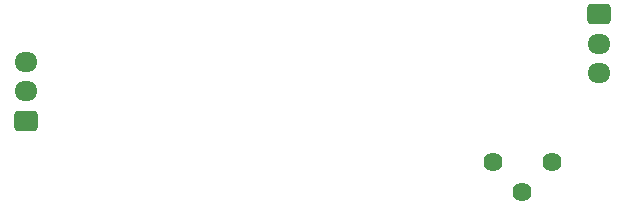
<source format=gbr>
%TF.GenerationSoftware,KiCad,Pcbnew,9.0.4*%
%TF.CreationDate,2025-09-27T14:14:02+05:30*%
%TF.ProjectId,EEG,4545472e-6b69-4636-9164-5f7063625858,rev?*%
%TF.SameCoordinates,Original*%
%TF.FileFunction,Soldermask,Bot*%
%TF.FilePolarity,Negative*%
%FSLAX46Y46*%
G04 Gerber Fmt 4.6, Leading zero omitted, Abs format (unit mm)*
G04 Created by KiCad (PCBNEW 9.0.4) date 2025-09-27 14:14:02*
%MOMM*%
%LPD*%
G01*
G04 APERTURE LIST*
G04 Aperture macros list*
%AMRoundRect*
0 Rectangle with rounded corners*
0 $1 Rounding radius*
0 $2 $3 $4 $5 $6 $7 $8 $9 X,Y pos of 4 corners*
0 Add a 4 corners polygon primitive as box body*
4,1,4,$2,$3,$4,$5,$6,$7,$8,$9,$2,$3,0*
0 Add four circle primitives for the rounded corners*
1,1,$1+$1,$2,$3*
1,1,$1+$1,$4,$5*
1,1,$1+$1,$6,$7*
1,1,$1+$1,$8,$9*
0 Add four rect primitives between the rounded corners*
20,1,$1+$1,$2,$3,$4,$5,0*
20,1,$1+$1,$4,$5,$6,$7,0*
20,1,$1+$1,$6,$7,$8,$9,0*
20,1,$1+$1,$8,$9,$2,$3,0*%
G04 Aperture macros list end*
%ADD10RoundRect,0.250000X0.725000X-0.600000X0.725000X0.600000X-0.725000X0.600000X-0.725000X-0.600000X0*%
%ADD11O,1.950000X1.700000*%
%ADD12C,1.620000*%
%ADD13RoundRect,0.250000X-0.725000X0.600000X-0.725000X-0.600000X0.725000X-0.600000X0.725000X0.600000X0*%
G04 APERTURE END LIST*
D10*
%TO.C,J2*%
X111500000Y-86000000D03*
D11*
X111500000Y-83500000D03*
X111500000Y-81000000D03*
%TD*%
D12*
%TO.C,RV1*%
X156000000Y-89500000D03*
X153500000Y-92000000D03*
X151000000Y-89500000D03*
%TD*%
D13*
%TO.C,J1*%
X160000000Y-77000000D03*
D11*
X160000000Y-79500000D03*
X160000000Y-82000000D03*
%TD*%
M02*

</source>
